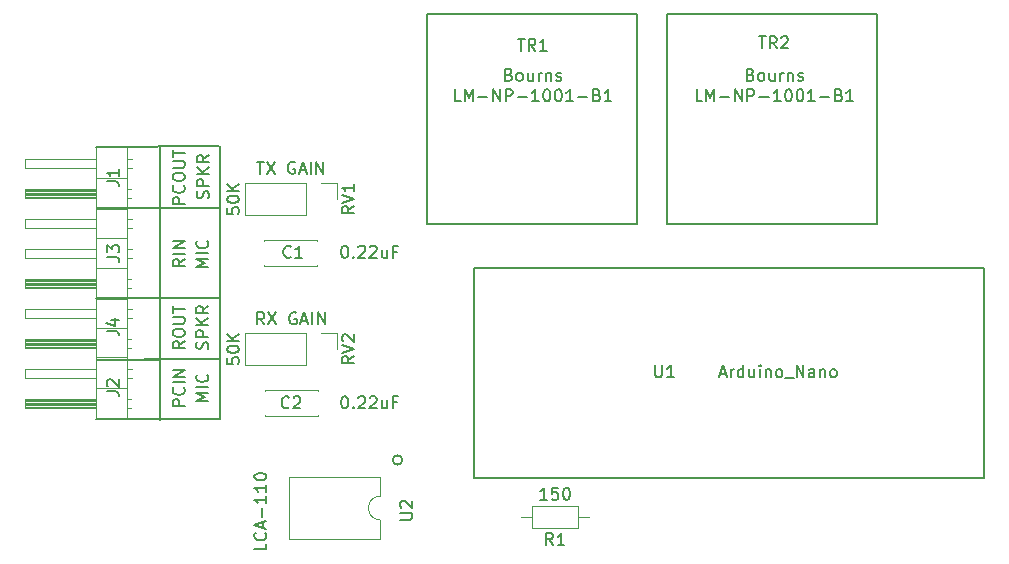
<source format=gbr>
G04 #@! TF.GenerationSoftware,KiCad,Pcbnew,(5.0.2)-1*
G04 #@! TF.CreationDate,2019-04-12T09:41:04-04:00*
G04 #@! TF.ProjectId,CAT Controller,43415420-436f-46e7-9472-6f6c6c65722e,rev?*
G04 #@! TF.SameCoordinates,Original*
G04 #@! TF.FileFunction,Legend,Top*
G04 #@! TF.FilePolarity,Positive*
%FSLAX46Y46*%
G04 Gerber Fmt 4.6, Leading zero omitted, Abs format (unit mm)*
G04 Created by KiCad (PCBNEW (5.0.2)-1) date 4/12/2019 9:41:04 AM*
%MOMM*%
%LPD*%
G01*
G04 APERTURE LIST*
%ADD10C,0.203200*%
%ADD11C,0.200000*%
%ADD12C,0.120000*%
%ADD13C,0.127000*%
G04 APERTURE END LIST*
D10*
X112318800Y-34420628D02*
X112463942Y-34469009D01*
X112512323Y-34517390D01*
X112560704Y-34614152D01*
X112560704Y-34759295D01*
X112512323Y-34856057D01*
X112463942Y-34904438D01*
X112367180Y-34952819D01*
X111980133Y-34952819D01*
X111980133Y-33936819D01*
X112318800Y-33936819D01*
X112415561Y-33985200D01*
X112463942Y-34033580D01*
X112512323Y-34130342D01*
X112512323Y-34227104D01*
X112463942Y-34323866D01*
X112415561Y-34372247D01*
X112318800Y-34420628D01*
X111980133Y-34420628D01*
X113141276Y-34952819D02*
X113044514Y-34904438D01*
X112996133Y-34856057D01*
X112947752Y-34759295D01*
X112947752Y-34469009D01*
X112996133Y-34372247D01*
X113044514Y-34323866D01*
X113141276Y-34275485D01*
X113286419Y-34275485D01*
X113383180Y-34323866D01*
X113431561Y-34372247D01*
X113479942Y-34469009D01*
X113479942Y-34759295D01*
X113431561Y-34856057D01*
X113383180Y-34904438D01*
X113286419Y-34952819D01*
X113141276Y-34952819D01*
X114350800Y-34275485D02*
X114350800Y-34952819D01*
X113915371Y-34275485D02*
X113915371Y-34807676D01*
X113963752Y-34904438D01*
X114060514Y-34952819D01*
X114205657Y-34952819D01*
X114302419Y-34904438D01*
X114350800Y-34856057D01*
X114834609Y-34952819D02*
X114834609Y-34275485D01*
X114834609Y-34469009D02*
X114882990Y-34372247D01*
X114931371Y-34323866D01*
X115028133Y-34275485D01*
X115124895Y-34275485D01*
X115463561Y-34275485D02*
X115463561Y-34952819D01*
X115463561Y-34372247D02*
X115511942Y-34323866D01*
X115608704Y-34275485D01*
X115753847Y-34275485D01*
X115850609Y-34323866D01*
X115898990Y-34420628D01*
X115898990Y-34952819D01*
X116334419Y-34904438D02*
X116431180Y-34952819D01*
X116624704Y-34952819D01*
X116721466Y-34904438D01*
X116769847Y-34807676D01*
X116769847Y-34759295D01*
X116721466Y-34662533D01*
X116624704Y-34614152D01*
X116479561Y-34614152D01*
X116382800Y-34565771D01*
X116334419Y-34469009D01*
X116334419Y-34420628D01*
X116382800Y-34323866D01*
X116479561Y-34275485D01*
X116624704Y-34275485D01*
X116721466Y-34323866D01*
X108230609Y-36680019D02*
X107746800Y-36680019D01*
X107746800Y-35664019D01*
X108569276Y-36680019D02*
X108569276Y-35664019D01*
X108907942Y-36389733D01*
X109246609Y-35664019D01*
X109246609Y-36680019D01*
X109730419Y-36292971D02*
X110504514Y-36292971D01*
X110988323Y-36680019D02*
X110988323Y-35664019D01*
X111568895Y-36680019D01*
X111568895Y-35664019D01*
X112052704Y-36680019D02*
X112052704Y-35664019D01*
X112439752Y-35664019D01*
X112536514Y-35712400D01*
X112584895Y-35760780D01*
X112633276Y-35857542D01*
X112633276Y-36002685D01*
X112584895Y-36099447D01*
X112536514Y-36147828D01*
X112439752Y-36196209D01*
X112052704Y-36196209D01*
X113068704Y-36292971D02*
X113842800Y-36292971D01*
X114858800Y-36680019D02*
X114278228Y-36680019D01*
X114568514Y-36680019D02*
X114568514Y-35664019D01*
X114471752Y-35809161D01*
X114374990Y-35905923D01*
X114278228Y-35954304D01*
X115487752Y-35664019D02*
X115584514Y-35664019D01*
X115681276Y-35712400D01*
X115729657Y-35760780D01*
X115778038Y-35857542D01*
X115826419Y-36051066D01*
X115826419Y-36292971D01*
X115778038Y-36486495D01*
X115729657Y-36583257D01*
X115681276Y-36631638D01*
X115584514Y-36680019D01*
X115487752Y-36680019D01*
X115390990Y-36631638D01*
X115342609Y-36583257D01*
X115294228Y-36486495D01*
X115245847Y-36292971D01*
X115245847Y-36051066D01*
X115294228Y-35857542D01*
X115342609Y-35760780D01*
X115390990Y-35712400D01*
X115487752Y-35664019D01*
X116455371Y-35664019D02*
X116552133Y-35664019D01*
X116648895Y-35712400D01*
X116697276Y-35760780D01*
X116745657Y-35857542D01*
X116794038Y-36051066D01*
X116794038Y-36292971D01*
X116745657Y-36486495D01*
X116697276Y-36583257D01*
X116648895Y-36631638D01*
X116552133Y-36680019D01*
X116455371Y-36680019D01*
X116358609Y-36631638D01*
X116310228Y-36583257D01*
X116261847Y-36486495D01*
X116213466Y-36292971D01*
X116213466Y-36051066D01*
X116261847Y-35857542D01*
X116310228Y-35760780D01*
X116358609Y-35712400D01*
X116455371Y-35664019D01*
X117761657Y-36680019D02*
X117181085Y-36680019D01*
X117471371Y-36680019D02*
X117471371Y-35664019D01*
X117374609Y-35809161D01*
X117277847Y-35905923D01*
X117181085Y-35954304D01*
X118197085Y-36292971D02*
X118971180Y-36292971D01*
X119793657Y-36147828D02*
X119938800Y-36196209D01*
X119987180Y-36244590D01*
X120035561Y-36341352D01*
X120035561Y-36486495D01*
X119987180Y-36583257D01*
X119938800Y-36631638D01*
X119842038Y-36680019D01*
X119454990Y-36680019D01*
X119454990Y-35664019D01*
X119793657Y-35664019D01*
X119890419Y-35712400D01*
X119938800Y-35760780D01*
X119987180Y-35857542D01*
X119987180Y-35954304D01*
X119938800Y-36051066D01*
X119890419Y-36099447D01*
X119793657Y-36147828D01*
X119454990Y-36147828D01*
X121003180Y-36680019D02*
X120422609Y-36680019D01*
X120712895Y-36680019D02*
X120712895Y-35664019D01*
X120616133Y-35809161D01*
X120519371Y-35905923D01*
X120422609Y-35954304D01*
X91846400Y-34420628D02*
X91991542Y-34469009D01*
X92039923Y-34517390D01*
X92088304Y-34614152D01*
X92088304Y-34759295D01*
X92039923Y-34856057D01*
X91991542Y-34904438D01*
X91894780Y-34952819D01*
X91507733Y-34952819D01*
X91507733Y-33936819D01*
X91846400Y-33936819D01*
X91943161Y-33985200D01*
X91991542Y-34033580D01*
X92039923Y-34130342D01*
X92039923Y-34227104D01*
X91991542Y-34323866D01*
X91943161Y-34372247D01*
X91846400Y-34420628D01*
X91507733Y-34420628D01*
X92668876Y-34952819D02*
X92572114Y-34904438D01*
X92523733Y-34856057D01*
X92475352Y-34759295D01*
X92475352Y-34469009D01*
X92523733Y-34372247D01*
X92572114Y-34323866D01*
X92668876Y-34275485D01*
X92814019Y-34275485D01*
X92910780Y-34323866D01*
X92959161Y-34372247D01*
X93007542Y-34469009D01*
X93007542Y-34759295D01*
X92959161Y-34856057D01*
X92910780Y-34904438D01*
X92814019Y-34952819D01*
X92668876Y-34952819D01*
X93878400Y-34275485D02*
X93878400Y-34952819D01*
X93442971Y-34275485D02*
X93442971Y-34807676D01*
X93491352Y-34904438D01*
X93588114Y-34952819D01*
X93733257Y-34952819D01*
X93830019Y-34904438D01*
X93878400Y-34856057D01*
X94362209Y-34952819D02*
X94362209Y-34275485D01*
X94362209Y-34469009D02*
X94410590Y-34372247D01*
X94458971Y-34323866D01*
X94555733Y-34275485D01*
X94652495Y-34275485D01*
X94991161Y-34275485D02*
X94991161Y-34952819D01*
X94991161Y-34372247D02*
X95039542Y-34323866D01*
X95136304Y-34275485D01*
X95281447Y-34275485D01*
X95378209Y-34323866D01*
X95426590Y-34420628D01*
X95426590Y-34952819D01*
X95862019Y-34904438D02*
X95958780Y-34952819D01*
X96152304Y-34952819D01*
X96249066Y-34904438D01*
X96297447Y-34807676D01*
X96297447Y-34759295D01*
X96249066Y-34662533D01*
X96152304Y-34614152D01*
X96007161Y-34614152D01*
X95910400Y-34565771D01*
X95862019Y-34469009D01*
X95862019Y-34420628D01*
X95910400Y-34323866D01*
X96007161Y-34275485D01*
X96152304Y-34275485D01*
X96249066Y-34323866D01*
X87758209Y-36680019D02*
X87274400Y-36680019D01*
X87274400Y-35664019D01*
X88096876Y-36680019D02*
X88096876Y-35664019D01*
X88435542Y-36389733D01*
X88774209Y-35664019D01*
X88774209Y-36680019D01*
X89258019Y-36292971D02*
X90032114Y-36292971D01*
X90515923Y-36680019D02*
X90515923Y-35664019D01*
X91096495Y-36680019D01*
X91096495Y-35664019D01*
X91580304Y-36680019D02*
X91580304Y-35664019D01*
X91967352Y-35664019D01*
X92064114Y-35712400D01*
X92112495Y-35760780D01*
X92160876Y-35857542D01*
X92160876Y-36002685D01*
X92112495Y-36099447D01*
X92064114Y-36147828D01*
X91967352Y-36196209D01*
X91580304Y-36196209D01*
X92596304Y-36292971D02*
X93370400Y-36292971D01*
X94386400Y-36680019D02*
X93805828Y-36680019D01*
X94096114Y-36680019D02*
X94096114Y-35664019D01*
X93999352Y-35809161D01*
X93902590Y-35905923D01*
X93805828Y-35954304D01*
X95015352Y-35664019D02*
X95112114Y-35664019D01*
X95208876Y-35712400D01*
X95257257Y-35760780D01*
X95305638Y-35857542D01*
X95354019Y-36051066D01*
X95354019Y-36292971D01*
X95305638Y-36486495D01*
X95257257Y-36583257D01*
X95208876Y-36631638D01*
X95112114Y-36680019D01*
X95015352Y-36680019D01*
X94918590Y-36631638D01*
X94870209Y-36583257D01*
X94821828Y-36486495D01*
X94773447Y-36292971D01*
X94773447Y-36051066D01*
X94821828Y-35857542D01*
X94870209Y-35760780D01*
X94918590Y-35712400D01*
X95015352Y-35664019D01*
X95982971Y-35664019D02*
X96079733Y-35664019D01*
X96176495Y-35712400D01*
X96224876Y-35760780D01*
X96273257Y-35857542D01*
X96321638Y-36051066D01*
X96321638Y-36292971D01*
X96273257Y-36486495D01*
X96224876Y-36583257D01*
X96176495Y-36631638D01*
X96079733Y-36680019D01*
X95982971Y-36680019D01*
X95886209Y-36631638D01*
X95837828Y-36583257D01*
X95789447Y-36486495D01*
X95741066Y-36292971D01*
X95741066Y-36051066D01*
X95789447Y-35857542D01*
X95837828Y-35760780D01*
X95886209Y-35712400D01*
X95982971Y-35664019D01*
X97289257Y-36680019D02*
X96708685Y-36680019D01*
X96998971Y-36680019D02*
X96998971Y-35664019D01*
X96902209Y-35809161D01*
X96805447Y-35905923D01*
X96708685Y-35954304D01*
X97724685Y-36292971D02*
X98498780Y-36292971D01*
X99321257Y-36147828D02*
X99466400Y-36196209D01*
X99514780Y-36244590D01*
X99563161Y-36341352D01*
X99563161Y-36486495D01*
X99514780Y-36583257D01*
X99466400Y-36631638D01*
X99369638Y-36680019D01*
X98982590Y-36680019D01*
X98982590Y-35664019D01*
X99321257Y-35664019D01*
X99418019Y-35712400D01*
X99466400Y-35760780D01*
X99514780Y-35857542D01*
X99514780Y-35954304D01*
X99466400Y-36051066D01*
X99418019Y-36099447D01*
X99321257Y-36147828D01*
X98982590Y-36147828D01*
X100530780Y-36680019D02*
X99950209Y-36680019D01*
X100240495Y-36680019D02*
X100240495Y-35664019D01*
X100143733Y-35809161D01*
X100046971Y-35905923D01*
X99950209Y-35954304D01*
X71132095Y-55577619D02*
X70793428Y-55093809D01*
X70551523Y-55577619D02*
X70551523Y-54561619D01*
X70938571Y-54561619D01*
X71035333Y-54610000D01*
X71083714Y-54658380D01*
X71132095Y-54755142D01*
X71132095Y-54900285D01*
X71083714Y-54997047D01*
X71035333Y-55045428D01*
X70938571Y-55093809D01*
X70551523Y-55093809D01*
X71470761Y-54561619D02*
X72148095Y-55577619D01*
X72148095Y-54561619D02*
X71470761Y-55577619D01*
X73841428Y-54610000D02*
X73744666Y-54561619D01*
X73599523Y-54561619D01*
X73454380Y-54610000D01*
X73357619Y-54706761D01*
X73309238Y-54803523D01*
X73260857Y-54997047D01*
X73260857Y-55142190D01*
X73309238Y-55335714D01*
X73357619Y-55432476D01*
X73454380Y-55529238D01*
X73599523Y-55577619D01*
X73696285Y-55577619D01*
X73841428Y-55529238D01*
X73889809Y-55480857D01*
X73889809Y-55142190D01*
X73696285Y-55142190D01*
X74276857Y-55287333D02*
X74760666Y-55287333D01*
X74180095Y-55577619D02*
X74518761Y-54561619D01*
X74857428Y-55577619D01*
X75196095Y-55577619D02*
X75196095Y-54561619D01*
X75679904Y-55577619D02*
X75679904Y-54561619D01*
X76260476Y-55577619D01*
X76260476Y-54561619D01*
X70527333Y-41810819D02*
X71107904Y-41810819D01*
X70817619Y-42826819D02*
X70817619Y-41810819D01*
X71349809Y-41810819D02*
X72027142Y-42826819D01*
X72027142Y-41810819D02*
X71349809Y-42826819D01*
X73720476Y-41859200D02*
X73623714Y-41810819D01*
X73478571Y-41810819D01*
X73333428Y-41859200D01*
X73236666Y-41955961D01*
X73188285Y-42052723D01*
X73139904Y-42246247D01*
X73139904Y-42391390D01*
X73188285Y-42584914D01*
X73236666Y-42681676D01*
X73333428Y-42778438D01*
X73478571Y-42826819D01*
X73575333Y-42826819D01*
X73720476Y-42778438D01*
X73768857Y-42730057D01*
X73768857Y-42391390D01*
X73575333Y-42391390D01*
X74155904Y-42536533D02*
X74639714Y-42536533D01*
X74059142Y-42826819D02*
X74397809Y-41810819D01*
X74736476Y-42826819D01*
X75075142Y-42826819D02*
X75075142Y-41810819D01*
X75558952Y-42826819D02*
X75558952Y-41810819D01*
X76139523Y-42826819D01*
X76139523Y-41810819D01*
D11*
X62280800Y-40513000D02*
X62280800Y-63627000D01*
D10*
X66400438Y-44892685D02*
X66448819Y-44747542D01*
X66448819Y-44505638D01*
X66400438Y-44408876D01*
X66352057Y-44360495D01*
X66255295Y-44312114D01*
X66158533Y-44312114D01*
X66061771Y-44360495D01*
X66013390Y-44408876D01*
X65965009Y-44505638D01*
X65916628Y-44699161D01*
X65868247Y-44795923D01*
X65819866Y-44844304D01*
X65723104Y-44892685D01*
X65626342Y-44892685D01*
X65529580Y-44844304D01*
X65481200Y-44795923D01*
X65432819Y-44699161D01*
X65432819Y-44457257D01*
X65481200Y-44312114D01*
X66448819Y-43876685D02*
X65432819Y-43876685D01*
X65432819Y-43489638D01*
X65481200Y-43392876D01*
X65529580Y-43344495D01*
X65626342Y-43296114D01*
X65771485Y-43296114D01*
X65868247Y-43344495D01*
X65916628Y-43392876D01*
X65965009Y-43489638D01*
X65965009Y-43876685D01*
X66448819Y-42860685D02*
X65432819Y-42860685D01*
X66448819Y-42280114D02*
X65868247Y-42715542D01*
X65432819Y-42280114D02*
X66013390Y-42860685D01*
X66448819Y-41264114D02*
X65965009Y-41602780D01*
X66448819Y-41844685D02*
X65432819Y-41844685D01*
X65432819Y-41457638D01*
X65481200Y-41360876D01*
X65529580Y-41312495D01*
X65626342Y-41264114D01*
X65771485Y-41264114D01*
X65868247Y-41312495D01*
X65916628Y-41360876D01*
X65965009Y-41457638D01*
X65965009Y-41844685D01*
X66398019Y-50720171D02*
X65382019Y-50720171D01*
X66107733Y-50381504D01*
X65382019Y-50042838D01*
X66398019Y-50042838D01*
X66398019Y-49559028D02*
X65382019Y-49559028D01*
X66301257Y-48494647D02*
X66349638Y-48543028D01*
X66398019Y-48688171D01*
X66398019Y-48784933D01*
X66349638Y-48930076D01*
X66252876Y-49026838D01*
X66156114Y-49075219D01*
X65962590Y-49123600D01*
X65817447Y-49123600D01*
X65623923Y-49075219D01*
X65527161Y-49026838D01*
X65430400Y-48930076D01*
X65382019Y-48784933D01*
X65382019Y-48688171D01*
X65430400Y-48543028D01*
X65478780Y-48494647D01*
X66349638Y-57643485D02*
X66398019Y-57498342D01*
X66398019Y-57256438D01*
X66349638Y-57159676D01*
X66301257Y-57111295D01*
X66204495Y-57062914D01*
X66107733Y-57062914D01*
X66010971Y-57111295D01*
X65962590Y-57159676D01*
X65914209Y-57256438D01*
X65865828Y-57449961D01*
X65817447Y-57546723D01*
X65769066Y-57595104D01*
X65672304Y-57643485D01*
X65575542Y-57643485D01*
X65478780Y-57595104D01*
X65430400Y-57546723D01*
X65382019Y-57449961D01*
X65382019Y-57208057D01*
X65430400Y-57062914D01*
X66398019Y-56627485D02*
X65382019Y-56627485D01*
X65382019Y-56240438D01*
X65430400Y-56143676D01*
X65478780Y-56095295D01*
X65575542Y-56046914D01*
X65720685Y-56046914D01*
X65817447Y-56095295D01*
X65865828Y-56143676D01*
X65914209Y-56240438D01*
X65914209Y-56627485D01*
X66398019Y-55611485D02*
X65382019Y-55611485D01*
X66398019Y-55030914D02*
X65817447Y-55466342D01*
X65382019Y-55030914D02*
X65962590Y-55611485D01*
X66398019Y-54014914D02*
X65914209Y-54353580D01*
X66398019Y-54595485D02*
X65382019Y-54595485D01*
X65382019Y-54208438D01*
X65430400Y-54111676D01*
X65478780Y-54063295D01*
X65575542Y-54014914D01*
X65720685Y-54014914D01*
X65817447Y-54063295D01*
X65865828Y-54111676D01*
X65914209Y-54208438D01*
X65914209Y-54595485D01*
X66398019Y-62048571D02*
X65382019Y-62048571D01*
X66107733Y-61709904D01*
X65382019Y-61371238D01*
X66398019Y-61371238D01*
X66398019Y-60887428D02*
X65382019Y-60887428D01*
X66301257Y-59823047D02*
X66349638Y-59871428D01*
X66398019Y-60016571D01*
X66398019Y-60113333D01*
X66349638Y-60258476D01*
X66252876Y-60355238D01*
X66156114Y-60403619D01*
X65962590Y-60452000D01*
X65817447Y-60452000D01*
X65623923Y-60403619D01*
X65527161Y-60355238D01*
X65430400Y-60258476D01*
X65382019Y-60113333D01*
X65382019Y-60016571D01*
X65430400Y-59871428D01*
X65478780Y-59823047D01*
D11*
X57023000Y-58547000D02*
X67360800Y-58521600D01*
X56896000Y-53340000D02*
X67411600Y-53340000D01*
X57023000Y-45720000D02*
X67360800Y-45720000D01*
X67360800Y-63550800D02*
X56896000Y-63601600D01*
X67360800Y-40436800D02*
X67360800Y-63550800D01*
X56896000Y-40513000D02*
X67310000Y-40487600D01*
D12*
G04 #@! TO.C,R1*
X97678000Y-72802000D02*
X97678000Y-70962000D01*
X97678000Y-70962000D02*
X93838000Y-70962000D01*
X93838000Y-70962000D02*
X93838000Y-72802000D01*
X93838000Y-72802000D02*
X97678000Y-72802000D01*
X98628000Y-71882000D02*
X97678000Y-71882000D01*
X92888000Y-71882000D02*
X93838000Y-71882000D01*
G04 #@! TO.C,C2*
X71176000Y-61175000D02*
X71176000Y-61160000D01*
X71176000Y-63300000D02*
X71176000Y-63285000D01*
X75716000Y-61175000D02*
X75716000Y-61160000D01*
X75716000Y-63300000D02*
X75716000Y-63285000D01*
X75716000Y-61160000D02*
X71176000Y-61160000D01*
X75716000Y-63300000D02*
X71176000Y-63300000D01*
G04 #@! TO.C,C1*
X75636000Y-50585000D02*
X75636000Y-50600000D01*
X75636000Y-48460000D02*
X75636000Y-48475000D01*
X71096000Y-50585000D02*
X71096000Y-50600000D01*
X71096000Y-48460000D02*
X71096000Y-48475000D01*
X71096000Y-50600000D02*
X75636000Y-50600000D01*
X71096000Y-48460000D02*
X75636000Y-48460000D01*
G04 #@! TO.C,J1*
X62230000Y-45720000D02*
X60960000Y-45720000D01*
X62230000Y-44450000D02*
X62230000Y-45720000D01*
X59917071Y-41530000D02*
X59520000Y-41530000D01*
X59917071Y-42290000D02*
X59520000Y-42290000D01*
X50860000Y-41530000D02*
X56860000Y-41530000D01*
X50860000Y-42290000D02*
X50860000Y-41530000D01*
X56860000Y-42290000D02*
X50860000Y-42290000D01*
X59520000Y-43180000D02*
X56860000Y-43180000D01*
X59850000Y-44070000D02*
X59520000Y-44070000D01*
X59850000Y-44830000D02*
X59520000Y-44830000D01*
X56860000Y-44170000D02*
X50860000Y-44170000D01*
X56860000Y-44290000D02*
X50860000Y-44290000D01*
X56860000Y-44410000D02*
X50860000Y-44410000D01*
X56860000Y-44530000D02*
X50860000Y-44530000D01*
X56860000Y-44650000D02*
X50860000Y-44650000D01*
X56860000Y-44770000D02*
X50860000Y-44770000D01*
X50860000Y-44070000D02*
X56860000Y-44070000D01*
X50860000Y-44830000D02*
X50860000Y-44070000D01*
X56860000Y-44830000D02*
X50860000Y-44830000D01*
X56860000Y-45780000D02*
X59520000Y-45780000D01*
X56860000Y-40580000D02*
X56860000Y-45780000D01*
X59520000Y-40580000D02*
X56860000Y-40580000D01*
X59520000Y-45780000D02*
X59520000Y-40580000D01*
D13*
G04 #@! TO.C,U1*
X132080000Y-50800000D02*
X132080000Y-68580000D01*
X88900000Y-50800000D02*
X132080000Y-50800000D01*
X88900000Y-68580000D02*
X88900000Y-50800000D01*
X132080000Y-68580000D02*
X88900000Y-68580000D01*
D12*
G04 #@! TO.C,J4*
X62230000Y-58420000D02*
X60960000Y-58420000D01*
X62230000Y-57150000D02*
X62230000Y-58420000D01*
X59917071Y-54230000D02*
X59520000Y-54230000D01*
X59917071Y-54990000D02*
X59520000Y-54990000D01*
X50860000Y-54230000D02*
X56860000Y-54230000D01*
X50860000Y-54990000D02*
X50860000Y-54230000D01*
X56860000Y-54990000D02*
X50860000Y-54990000D01*
X59520000Y-55880000D02*
X56860000Y-55880000D01*
X59850000Y-56770000D02*
X59520000Y-56770000D01*
X59850000Y-57530000D02*
X59520000Y-57530000D01*
X56860000Y-56870000D02*
X50860000Y-56870000D01*
X56860000Y-56990000D02*
X50860000Y-56990000D01*
X56860000Y-57110000D02*
X50860000Y-57110000D01*
X56860000Y-57230000D02*
X50860000Y-57230000D01*
X56860000Y-57350000D02*
X50860000Y-57350000D01*
X56860000Y-57470000D02*
X50860000Y-57470000D01*
X50860000Y-56770000D02*
X56860000Y-56770000D01*
X50860000Y-57530000D02*
X50860000Y-56770000D01*
X56860000Y-57530000D02*
X50860000Y-57530000D01*
X56860000Y-58480000D02*
X59520000Y-58480000D01*
X56860000Y-53280000D02*
X56860000Y-58480000D01*
X59520000Y-53280000D02*
X56860000Y-53280000D01*
X59520000Y-58480000D02*
X59520000Y-53280000D01*
G04 #@! TO.C,J2*
X62230000Y-63500000D02*
X60960000Y-63500000D01*
X62230000Y-62230000D02*
X62230000Y-63500000D01*
X59917071Y-59310000D02*
X59520000Y-59310000D01*
X59917071Y-60070000D02*
X59520000Y-60070000D01*
X50860000Y-59310000D02*
X56860000Y-59310000D01*
X50860000Y-60070000D02*
X50860000Y-59310000D01*
X56860000Y-60070000D02*
X50860000Y-60070000D01*
X59520000Y-60960000D02*
X56860000Y-60960000D01*
X59850000Y-61850000D02*
X59520000Y-61850000D01*
X59850000Y-62610000D02*
X59520000Y-62610000D01*
X56860000Y-61950000D02*
X50860000Y-61950000D01*
X56860000Y-62070000D02*
X50860000Y-62070000D01*
X56860000Y-62190000D02*
X50860000Y-62190000D01*
X56860000Y-62310000D02*
X50860000Y-62310000D01*
X56860000Y-62430000D02*
X50860000Y-62430000D01*
X56860000Y-62550000D02*
X50860000Y-62550000D01*
X50860000Y-61850000D02*
X56860000Y-61850000D01*
X50860000Y-62610000D02*
X50860000Y-61850000D01*
X56860000Y-62610000D02*
X50860000Y-62610000D01*
X56860000Y-63560000D02*
X59520000Y-63560000D01*
X56860000Y-58360000D02*
X56860000Y-63560000D01*
X59520000Y-58360000D02*
X56860000Y-58360000D01*
X59520000Y-63560000D02*
X59520000Y-58360000D01*
G04 #@! TO.C,J3*
X59520000Y-53400000D02*
X59520000Y-45660000D01*
X59520000Y-45660000D02*
X56860000Y-45660000D01*
X56860000Y-45660000D02*
X56860000Y-53400000D01*
X56860000Y-53400000D02*
X59520000Y-53400000D01*
X56860000Y-52450000D02*
X50860000Y-52450000D01*
X50860000Y-52450000D02*
X50860000Y-51690000D01*
X50860000Y-51690000D02*
X56860000Y-51690000D01*
X56860000Y-52390000D02*
X50860000Y-52390000D01*
X56860000Y-52270000D02*
X50860000Y-52270000D01*
X56860000Y-52150000D02*
X50860000Y-52150000D01*
X56860000Y-52030000D02*
X50860000Y-52030000D01*
X56860000Y-51910000D02*
X50860000Y-51910000D01*
X56860000Y-51790000D02*
X50860000Y-51790000D01*
X59850000Y-52450000D02*
X59520000Y-52450000D01*
X59850000Y-51690000D02*
X59520000Y-51690000D01*
X59520000Y-50800000D02*
X56860000Y-50800000D01*
X56860000Y-49910000D02*
X50860000Y-49910000D01*
X50860000Y-49910000D02*
X50860000Y-49150000D01*
X50860000Y-49150000D02*
X56860000Y-49150000D01*
X59917071Y-49910000D02*
X59520000Y-49910000D01*
X59917071Y-49150000D02*
X59520000Y-49150000D01*
X59520000Y-48260000D02*
X56860000Y-48260000D01*
X56860000Y-47370000D02*
X50860000Y-47370000D01*
X50860000Y-47370000D02*
X50860000Y-46610000D01*
X50860000Y-46610000D02*
X56860000Y-46610000D01*
X59917071Y-47370000D02*
X59520000Y-47370000D01*
X59917071Y-46610000D02*
X59520000Y-46610000D01*
X62230000Y-52070000D02*
X62230000Y-53340000D01*
X62230000Y-53340000D02*
X60960000Y-53340000D01*
G04 #@! TO.C,RV2*
X77276000Y-56328000D02*
X77276000Y-57658000D01*
X75946000Y-56328000D02*
X77276000Y-56328000D01*
X74676000Y-56328000D02*
X74676000Y-58988000D01*
X74676000Y-58988000D02*
X69536000Y-58988000D01*
X74676000Y-56328000D02*
X69536000Y-56328000D01*
X69536000Y-56328000D02*
X69536000Y-58988000D01*
G04 #@! TO.C,RV1*
X69536000Y-43628000D02*
X69536000Y-46288000D01*
X74676000Y-43628000D02*
X69536000Y-43628000D01*
X74676000Y-46288000D02*
X69536000Y-46288000D01*
X74676000Y-43628000D02*
X74676000Y-46288000D01*
X75946000Y-43628000D02*
X77276000Y-43628000D01*
X77276000Y-43628000D02*
X77276000Y-44958000D01*
D13*
G04 #@! TO.C,TR2*
X122993496Y-47047324D02*
X105213496Y-47047324D01*
X122993496Y-29267324D02*
X122993496Y-47047324D01*
X105213496Y-29267324D02*
X122993496Y-29267324D01*
X105213496Y-47047324D02*
X105213496Y-29267324D01*
G04 #@! TO.C,TR1*
X84893496Y-47047324D02*
X84893496Y-29267324D01*
X84893496Y-29267324D02*
X102673496Y-29267324D01*
X102673496Y-29267324D02*
X102673496Y-47047324D01*
X102673496Y-47047324D02*
X84893496Y-47047324D01*
D12*
G04 #@! TO.C,U2*
X80959000Y-72120000D02*
G75*
G02X80959000Y-70120000I0J1000000D01*
G01*
X80959000Y-70120000D02*
X80959000Y-68470000D01*
X80959000Y-68470000D02*
X73219000Y-68470000D01*
X73219000Y-68470000D02*
X73219000Y-73770000D01*
X73219000Y-73770000D02*
X80959000Y-73770000D01*
X80959000Y-73770000D02*
X80959000Y-72120000D01*
D13*
X82824609Y-67056000D02*
G75*
G03X82824609Y-67056000I-401609J0D01*
G01*
G04 #@! TO.C,R1*
D10*
X95588666Y-74261619D02*
X95250000Y-73777809D01*
X95008095Y-74261619D02*
X95008095Y-73245619D01*
X95395142Y-73245619D01*
X95491904Y-73294000D01*
X95540285Y-73342380D01*
X95588666Y-73439142D01*
X95588666Y-73584285D01*
X95540285Y-73681047D01*
X95491904Y-73729428D01*
X95395142Y-73777809D01*
X95008095Y-73777809D01*
X96556285Y-74261619D02*
X95975714Y-74261619D01*
X96266000Y-74261619D02*
X96266000Y-73245619D01*
X96169238Y-73390761D01*
X96072476Y-73487523D01*
X95975714Y-73535904D01*
X95080666Y-70421619D02*
X94500095Y-70421619D01*
X94790380Y-70421619D02*
X94790380Y-69405619D01*
X94693619Y-69550761D01*
X94596857Y-69647523D01*
X94500095Y-69695904D01*
X95999904Y-69405619D02*
X95516095Y-69405619D01*
X95467714Y-69889428D01*
X95516095Y-69841047D01*
X95612857Y-69792666D01*
X95854761Y-69792666D01*
X95951523Y-69841047D01*
X95999904Y-69889428D01*
X96048285Y-69986190D01*
X96048285Y-70228095D01*
X95999904Y-70324857D01*
X95951523Y-70373238D01*
X95854761Y-70421619D01*
X95612857Y-70421619D01*
X95516095Y-70373238D01*
X95467714Y-70324857D01*
X96677238Y-69405619D02*
X96774000Y-69405619D01*
X96870761Y-69454000D01*
X96919142Y-69502380D01*
X96967523Y-69599142D01*
X97015904Y-69792666D01*
X97015904Y-70034571D01*
X96967523Y-70228095D01*
X96919142Y-70324857D01*
X96870761Y-70373238D01*
X96774000Y-70421619D01*
X96677238Y-70421619D01*
X96580476Y-70373238D01*
X96532095Y-70324857D01*
X96483714Y-70228095D01*
X96435333Y-70034571D01*
X96435333Y-69792666D01*
X96483714Y-69599142D01*
X96532095Y-69502380D01*
X96580476Y-69454000D01*
X96677238Y-69405619D01*
G04 #@! TO.C,C2*
X73236666Y-62592857D02*
X73188285Y-62641238D01*
X73043142Y-62689619D01*
X72946380Y-62689619D01*
X72801238Y-62641238D01*
X72704476Y-62544476D01*
X72656095Y-62447714D01*
X72607714Y-62254190D01*
X72607714Y-62109047D01*
X72656095Y-61915523D01*
X72704476Y-61818761D01*
X72801238Y-61722000D01*
X72946380Y-61673619D01*
X73043142Y-61673619D01*
X73188285Y-61722000D01*
X73236666Y-61770380D01*
X73623714Y-61770380D02*
X73672095Y-61722000D01*
X73768857Y-61673619D01*
X74010761Y-61673619D01*
X74107523Y-61722000D01*
X74155904Y-61770380D01*
X74204285Y-61867142D01*
X74204285Y-61963904D01*
X74155904Y-62109047D01*
X73575333Y-62689619D01*
X74204285Y-62689619D01*
X77907847Y-61673619D02*
X78004609Y-61673619D01*
X78101371Y-61722000D01*
X78149752Y-61770380D01*
X78198133Y-61867142D01*
X78246514Y-62060666D01*
X78246514Y-62302571D01*
X78198133Y-62496095D01*
X78149752Y-62592857D01*
X78101371Y-62641238D01*
X78004609Y-62689619D01*
X77907847Y-62689619D01*
X77811085Y-62641238D01*
X77762704Y-62592857D01*
X77714323Y-62496095D01*
X77665942Y-62302571D01*
X77665942Y-62060666D01*
X77714323Y-61867142D01*
X77762704Y-61770380D01*
X77811085Y-61722000D01*
X77907847Y-61673619D01*
X78681942Y-62592857D02*
X78730323Y-62641238D01*
X78681942Y-62689619D01*
X78633561Y-62641238D01*
X78681942Y-62592857D01*
X78681942Y-62689619D01*
X79117371Y-61770380D02*
X79165752Y-61722000D01*
X79262514Y-61673619D01*
X79504419Y-61673619D01*
X79601180Y-61722000D01*
X79649561Y-61770380D01*
X79697942Y-61867142D01*
X79697942Y-61963904D01*
X79649561Y-62109047D01*
X79068990Y-62689619D01*
X79697942Y-62689619D01*
X80084990Y-61770380D02*
X80133371Y-61722000D01*
X80230133Y-61673619D01*
X80472038Y-61673619D01*
X80568800Y-61722000D01*
X80617180Y-61770380D01*
X80665561Y-61867142D01*
X80665561Y-61963904D01*
X80617180Y-62109047D01*
X80036609Y-62689619D01*
X80665561Y-62689619D01*
X81536419Y-62012285D02*
X81536419Y-62689619D01*
X81100990Y-62012285D02*
X81100990Y-62544476D01*
X81149371Y-62641238D01*
X81246133Y-62689619D01*
X81391276Y-62689619D01*
X81488038Y-62641238D01*
X81536419Y-62592857D01*
X82358895Y-62157428D02*
X82020228Y-62157428D01*
X82020228Y-62689619D02*
X82020228Y-61673619D01*
X82504038Y-61673619D01*
G04 #@! TO.C,C1*
X73389066Y-49842057D02*
X73340685Y-49890438D01*
X73195542Y-49938819D01*
X73098780Y-49938819D01*
X72953638Y-49890438D01*
X72856876Y-49793676D01*
X72808495Y-49696914D01*
X72760114Y-49503390D01*
X72760114Y-49358247D01*
X72808495Y-49164723D01*
X72856876Y-49067961D01*
X72953638Y-48971200D01*
X73098780Y-48922819D01*
X73195542Y-48922819D01*
X73340685Y-48971200D01*
X73389066Y-49019580D01*
X74356685Y-49938819D02*
X73776114Y-49938819D01*
X74066400Y-49938819D02*
X74066400Y-48922819D01*
X73969638Y-49067961D01*
X73872876Y-49164723D01*
X73776114Y-49213104D01*
X77907847Y-48922819D02*
X78004609Y-48922819D01*
X78101371Y-48971200D01*
X78149752Y-49019580D01*
X78198133Y-49116342D01*
X78246514Y-49309866D01*
X78246514Y-49551771D01*
X78198133Y-49745295D01*
X78149752Y-49842057D01*
X78101371Y-49890438D01*
X78004609Y-49938819D01*
X77907847Y-49938819D01*
X77811085Y-49890438D01*
X77762704Y-49842057D01*
X77714323Y-49745295D01*
X77665942Y-49551771D01*
X77665942Y-49309866D01*
X77714323Y-49116342D01*
X77762704Y-49019580D01*
X77811085Y-48971200D01*
X77907847Y-48922819D01*
X78681942Y-49842057D02*
X78730323Y-49890438D01*
X78681942Y-49938819D01*
X78633561Y-49890438D01*
X78681942Y-49842057D01*
X78681942Y-49938819D01*
X79117371Y-49019580D02*
X79165752Y-48971200D01*
X79262514Y-48922819D01*
X79504419Y-48922819D01*
X79601180Y-48971200D01*
X79649561Y-49019580D01*
X79697942Y-49116342D01*
X79697942Y-49213104D01*
X79649561Y-49358247D01*
X79068990Y-49938819D01*
X79697942Y-49938819D01*
X80084990Y-49019580D02*
X80133371Y-48971200D01*
X80230133Y-48922819D01*
X80472038Y-48922819D01*
X80568800Y-48971200D01*
X80617180Y-49019580D01*
X80665561Y-49116342D01*
X80665561Y-49213104D01*
X80617180Y-49358247D01*
X80036609Y-49938819D01*
X80665561Y-49938819D01*
X81536419Y-49261485D02*
X81536419Y-49938819D01*
X81100990Y-49261485D02*
X81100990Y-49793676D01*
X81149371Y-49890438D01*
X81246133Y-49938819D01*
X81391276Y-49938819D01*
X81488038Y-49890438D01*
X81536419Y-49842057D01*
X82358895Y-49406628D02*
X82020228Y-49406628D01*
X82020228Y-49938819D02*
X82020228Y-48922819D01*
X82504038Y-48922819D01*
G04 #@! TO.C,J1*
X57812819Y-43467866D02*
X58538533Y-43467866D01*
X58683676Y-43516247D01*
X58780438Y-43613009D01*
X58828819Y-43758152D01*
X58828819Y-43854914D01*
X58828819Y-42451866D02*
X58828819Y-43032438D01*
X58828819Y-42742152D02*
X57812819Y-42742152D01*
X57957961Y-42838914D01*
X58054723Y-42935676D01*
X58103104Y-43032438D01*
X64416819Y-45405523D02*
X63400819Y-45405523D01*
X63400819Y-45018476D01*
X63449200Y-44921714D01*
X63497580Y-44873333D01*
X63594342Y-44824952D01*
X63739485Y-44824952D01*
X63836247Y-44873333D01*
X63884628Y-44921714D01*
X63933009Y-45018476D01*
X63933009Y-45405523D01*
X64320057Y-43808952D02*
X64368438Y-43857333D01*
X64416819Y-44002476D01*
X64416819Y-44099238D01*
X64368438Y-44244380D01*
X64271676Y-44341142D01*
X64174914Y-44389523D01*
X63981390Y-44437904D01*
X63836247Y-44437904D01*
X63642723Y-44389523D01*
X63545961Y-44341142D01*
X63449200Y-44244380D01*
X63400819Y-44099238D01*
X63400819Y-44002476D01*
X63449200Y-43857333D01*
X63497580Y-43808952D01*
X63400819Y-43180000D02*
X63400819Y-42986476D01*
X63449200Y-42889714D01*
X63545961Y-42792952D01*
X63739485Y-42744571D01*
X64078152Y-42744571D01*
X64271676Y-42792952D01*
X64368438Y-42889714D01*
X64416819Y-42986476D01*
X64416819Y-43180000D01*
X64368438Y-43276761D01*
X64271676Y-43373523D01*
X64078152Y-43421904D01*
X63739485Y-43421904D01*
X63545961Y-43373523D01*
X63449200Y-43276761D01*
X63400819Y-43180000D01*
X63400819Y-42309142D02*
X64223295Y-42309142D01*
X64320057Y-42260761D01*
X64368438Y-42212380D01*
X64416819Y-42115619D01*
X64416819Y-41922095D01*
X64368438Y-41825333D01*
X64320057Y-41776952D01*
X64223295Y-41728571D01*
X63400819Y-41728571D01*
X63400819Y-41389904D02*
X63400819Y-40809333D01*
X64416819Y-41099619D02*
X63400819Y-41099619D01*
G04 #@! TO.C,U1*
X104229504Y-59032019D02*
X104229504Y-59854495D01*
X104277885Y-59951257D01*
X104326266Y-59999638D01*
X104423028Y-60048019D01*
X104616552Y-60048019D01*
X104713314Y-59999638D01*
X104761695Y-59951257D01*
X104810076Y-59854495D01*
X104810076Y-59032019D01*
X105826076Y-60048019D02*
X105245504Y-60048019D01*
X105535790Y-60048019D02*
X105535790Y-59032019D01*
X105439028Y-59177161D01*
X105342266Y-59273923D01*
X105245504Y-59322304D01*
X109720742Y-59757733D02*
X110204552Y-59757733D01*
X109623980Y-60048019D02*
X109962647Y-59032019D01*
X110301314Y-60048019D01*
X110639980Y-60048019D02*
X110639980Y-59370685D01*
X110639980Y-59564209D02*
X110688361Y-59467447D01*
X110736742Y-59419066D01*
X110833504Y-59370685D01*
X110930266Y-59370685D01*
X111704361Y-60048019D02*
X111704361Y-59032019D01*
X111704361Y-59999638D02*
X111607600Y-60048019D01*
X111414076Y-60048019D01*
X111317314Y-59999638D01*
X111268933Y-59951257D01*
X111220552Y-59854495D01*
X111220552Y-59564209D01*
X111268933Y-59467447D01*
X111317314Y-59419066D01*
X111414076Y-59370685D01*
X111607600Y-59370685D01*
X111704361Y-59419066D01*
X112623600Y-59370685D02*
X112623600Y-60048019D01*
X112188171Y-59370685D02*
X112188171Y-59902876D01*
X112236552Y-59999638D01*
X112333314Y-60048019D01*
X112478457Y-60048019D01*
X112575219Y-59999638D01*
X112623600Y-59951257D01*
X113107409Y-60048019D02*
X113107409Y-59370685D01*
X113107409Y-59032019D02*
X113059028Y-59080400D01*
X113107409Y-59128780D01*
X113155790Y-59080400D01*
X113107409Y-59032019D01*
X113107409Y-59128780D01*
X113591219Y-59370685D02*
X113591219Y-60048019D01*
X113591219Y-59467447D02*
X113639600Y-59419066D01*
X113736361Y-59370685D01*
X113881504Y-59370685D01*
X113978266Y-59419066D01*
X114026647Y-59515828D01*
X114026647Y-60048019D01*
X114655600Y-60048019D02*
X114558838Y-59999638D01*
X114510457Y-59951257D01*
X114462076Y-59854495D01*
X114462076Y-59564209D01*
X114510457Y-59467447D01*
X114558838Y-59419066D01*
X114655600Y-59370685D01*
X114800742Y-59370685D01*
X114897504Y-59419066D01*
X114945885Y-59467447D01*
X114994266Y-59564209D01*
X114994266Y-59854495D01*
X114945885Y-59951257D01*
X114897504Y-59999638D01*
X114800742Y-60048019D01*
X114655600Y-60048019D01*
X115187790Y-60144780D02*
X115961885Y-60144780D01*
X116203790Y-60048019D02*
X116203790Y-59032019D01*
X116784361Y-60048019D01*
X116784361Y-59032019D01*
X117703600Y-60048019D02*
X117703600Y-59515828D01*
X117655219Y-59419066D01*
X117558457Y-59370685D01*
X117364933Y-59370685D01*
X117268171Y-59419066D01*
X117703600Y-59999638D02*
X117606838Y-60048019D01*
X117364933Y-60048019D01*
X117268171Y-59999638D01*
X117219790Y-59902876D01*
X117219790Y-59806114D01*
X117268171Y-59709352D01*
X117364933Y-59660971D01*
X117606838Y-59660971D01*
X117703600Y-59612590D01*
X118187409Y-59370685D02*
X118187409Y-60048019D01*
X118187409Y-59467447D02*
X118235790Y-59419066D01*
X118332552Y-59370685D01*
X118477695Y-59370685D01*
X118574457Y-59419066D01*
X118622838Y-59515828D01*
X118622838Y-60048019D01*
X119251790Y-60048019D02*
X119155028Y-59999638D01*
X119106647Y-59951257D01*
X119058266Y-59854495D01*
X119058266Y-59564209D01*
X119106647Y-59467447D01*
X119155028Y-59419066D01*
X119251790Y-59370685D01*
X119396933Y-59370685D01*
X119493695Y-59419066D01*
X119542076Y-59467447D01*
X119590457Y-59564209D01*
X119590457Y-59854495D01*
X119542076Y-59951257D01*
X119493695Y-59999638D01*
X119396933Y-60048019D01*
X119251790Y-60048019D01*
G04 #@! TO.C,J4*
X57812819Y-56117066D02*
X58538533Y-56117066D01*
X58683676Y-56165447D01*
X58780438Y-56262209D01*
X58828819Y-56407352D01*
X58828819Y-56504114D01*
X58151485Y-55197828D02*
X58828819Y-55197828D01*
X57764438Y-55439733D02*
X58490152Y-55681638D01*
X58490152Y-55052685D01*
X64416819Y-57016952D02*
X63933009Y-57355619D01*
X64416819Y-57597523D02*
X63400819Y-57597523D01*
X63400819Y-57210476D01*
X63449200Y-57113714D01*
X63497580Y-57065333D01*
X63594342Y-57016952D01*
X63739485Y-57016952D01*
X63836247Y-57065333D01*
X63884628Y-57113714D01*
X63933009Y-57210476D01*
X63933009Y-57597523D01*
X63400819Y-56388000D02*
X63400819Y-56194476D01*
X63449200Y-56097714D01*
X63545961Y-56000952D01*
X63739485Y-55952571D01*
X64078152Y-55952571D01*
X64271676Y-56000952D01*
X64368438Y-56097714D01*
X64416819Y-56194476D01*
X64416819Y-56388000D01*
X64368438Y-56484761D01*
X64271676Y-56581523D01*
X64078152Y-56629904D01*
X63739485Y-56629904D01*
X63545961Y-56581523D01*
X63449200Y-56484761D01*
X63400819Y-56388000D01*
X63400819Y-55517142D02*
X64223295Y-55517142D01*
X64320057Y-55468761D01*
X64368438Y-55420380D01*
X64416819Y-55323619D01*
X64416819Y-55130095D01*
X64368438Y-55033333D01*
X64320057Y-54984952D01*
X64223295Y-54936571D01*
X63400819Y-54936571D01*
X63400819Y-54597904D02*
X63400819Y-54017333D01*
X64416819Y-54307619D02*
X63400819Y-54307619D01*
G04 #@! TO.C,J2*
X57812819Y-61247866D02*
X58538533Y-61247866D01*
X58683676Y-61296247D01*
X58780438Y-61393009D01*
X58828819Y-61538152D01*
X58828819Y-61634914D01*
X57909580Y-60812438D02*
X57861200Y-60764057D01*
X57812819Y-60667295D01*
X57812819Y-60425390D01*
X57861200Y-60328628D01*
X57909580Y-60280247D01*
X58006342Y-60231866D01*
X58103104Y-60231866D01*
X58248247Y-60280247D01*
X58828819Y-60860819D01*
X58828819Y-60231866D01*
X64416819Y-62508190D02*
X63400819Y-62508190D01*
X63400819Y-62121142D01*
X63449200Y-62024380D01*
X63497580Y-61976000D01*
X63594342Y-61927619D01*
X63739485Y-61927619D01*
X63836247Y-61976000D01*
X63884628Y-62024380D01*
X63933009Y-62121142D01*
X63933009Y-62508190D01*
X64320057Y-60911619D02*
X64368438Y-60960000D01*
X64416819Y-61105142D01*
X64416819Y-61201904D01*
X64368438Y-61347047D01*
X64271676Y-61443809D01*
X64174914Y-61492190D01*
X63981390Y-61540571D01*
X63836247Y-61540571D01*
X63642723Y-61492190D01*
X63545961Y-61443809D01*
X63449200Y-61347047D01*
X63400819Y-61201904D01*
X63400819Y-61105142D01*
X63449200Y-60960000D01*
X63497580Y-60911619D01*
X64416819Y-60476190D02*
X63400819Y-60476190D01*
X64416819Y-59992380D02*
X63400819Y-59992380D01*
X64416819Y-59411809D01*
X63400819Y-59411809D01*
G04 #@! TO.C,J3*
X57863619Y-49868666D02*
X58589333Y-49868666D01*
X58734476Y-49917047D01*
X58831238Y-50013809D01*
X58879619Y-50158952D01*
X58879619Y-50255714D01*
X57863619Y-49481619D02*
X57863619Y-48852666D01*
X58250666Y-49191333D01*
X58250666Y-49046190D01*
X58299047Y-48949428D01*
X58347428Y-48901047D01*
X58444190Y-48852666D01*
X58686095Y-48852666D01*
X58782857Y-48901047D01*
X58831238Y-48949428D01*
X58879619Y-49046190D01*
X58879619Y-49336476D01*
X58831238Y-49433238D01*
X58782857Y-49481619D01*
X64416819Y-50040419D02*
X63933009Y-50379085D01*
X64416819Y-50620990D02*
X63400819Y-50620990D01*
X63400819Y-50233942D01*
X63449200Y-50137180D01*
X63497580Y-50088800D01*
X63594342Y-50040419D01*
X63739485Y-50040419D01*
X63836247Y-50088800D01*
X63884628Y-50137180D01*
X63933009Y-50233942D01*
X63933009Y-50620990D01*
X64416819Y-49604990D02*
X63400819Y-49604990D01*
X64416819Y-49121180D02*
X63400819Y-49121180D01*
X64416819Y-48540609D01*
X63400819Y-48540609D01*
G04 #@! TO.C,RV2*
X78735619Y-58262761D02*
X78251809Y-58601428D01*
X78735619Y-58843333D02*
X77719619Y-58843333D01*
X77719619Y-58456285D01*
X77768000Y-58359523D01*
X77816380Y-58311142D01*
X77913142Y-58262761D01*
X78058285Y-58262761D01*
X78155047Y-58311142D01*
X78203428Y-58359523D01*
X78251809Y-58456285D01*
X78251809Y-58843333D01*
X77719619Y-57972476D02*
X78735619Y-57633809D01*
X77719619Y-57295142D01*
X77816380Y-57004857D02*
X77768000Y-56956476D01*
X77719619Y-56859714D01*
X77719619Y-56617809D01*
X77768000Y-56521047D01*
X77816380Y-56472666D01*
X77913142Y-56424285D01*
X78009904Y-56424285D01*
X78155047Y-56472666D01*
X78735619Y-57053238D01*
X78735619Y-56424285D01*
X67979619Y-58407904D02*
X67979619Y-58891714D01*
X68463428Y-58940095D01*
X68415047Y-58891714D01*
X68366666Y-58794952D01*
X68366666Y-58553047D01*
X68415047Y-58456285D01*
X68463428Y-58407904D01*
X68560190Y-58359523D01*
X68802095Y-58359523D01*
X68898857Y-58407904D01*
X68947238Y-58456285D01*
X68995619Y-58553047D01*
X68995619Y-58794952D01*
X68947238Y-58891714D01*
X68898857Y-58940095D01*
X67979619Y-57730571D02*
X67979619Y-57633809D01*
X68028000Y-57537047D01*
X68076380Y-57488666D01*
X68173142Y-57440285D01*
X68366666Y-57391904D01*
X68608571Y-57391904D01*
X68802095Y-57440285D01*
X68898857Y-57488666D01*
X68947238Y-57537047D01*
X68995619Y-57633809D01*
X68995619Y-57730571D01*
X68947238Y-57827333D01*
X68898857Y-57875714D01*
X68802095Y-57924095D01*
X68608571Y-57972476D01*
X68366666Y-57972476D01*
X68173142Y-57924095D01*
X68076380Y-57875714D01*
X68028000Y-57827333D01*
X67979619Y-57730571D01*
X68995619Y-56956476D02*
X67979619Y-56956476D01*
X68995619Y-56375904D02*
X68415047Y-56811333D01*
X67979619Y-56375904D02*
X68560190Y-56956476D01*
G04 #@! TO.C,RV1*
X78735619Y-45562761D02*
X78251809Y-45901428D01*
X78735619Y-46143333D02*
X77719619Y-46143333D01*
X77719619Y-45756285D01*
X77768000Y-45659523D01*
X77816380Y-45611142D01*
X77913142Y-45562761D01*
X78058285Y-45562761D01*
X78155047Y-45611142D01*
X78203428Y-45659523D01*
X78251809Y-45756285D01*
X78251809Y-46143333D01*
X77719619Y-45272476D02*
X78735619Y-44933809D01*
X77719619Y-44595142D01*
X78735619Y-43724285D02*
X78735619Y-44304857D01*
X78735619Y-44014571D02*
X77719619Y-44014571D01*
X77864761Y-44111333D01*
X77961523Y-44208095D01*
X78009904Y-44304857D01*
X67979619Y-45707904D02*
X67979619Y-46191714D01*
X68463428Y-46240095D01*
X68415047Y-46191714D01*
X68366666Y-46094952D01*
X68366666Y-45853047D01*
X68415047Y-45756285D01*
X68463428Y-45707904D01*
X68560190Y-45659523D01*
X68802095Y-45659523D01*
X68898857Y-45707904D01*
X68947238Y-45756285D01*
X68995619Y-45853047D01*
X68995619Y-46094952D01*
X68947238Y-46191714D01*
X68898857Y-46240095D01*
X67979619Y-45030571D02*
X67979619Y-44933809D01*
X68028000Y-44837047D01*
X68076380Y-44788666D01*
X68173142Y-44740285D01*
X68366666Y-44691904D01*
X68608571Y-44691904D01*
X68802095Y-44740285D01*
X68898857Y-44788666D01*
X68947238Y-44837047D01*
X68995619Y-44933809D01*
X68995619Y-45030571D01*
X68947238Y-45127333D01*
X68898857Y-45175714D01*
X68802095Y-45224095D01*
X68608571Y-45272476D01*
X68366666Y-45272476D01*
X68173142Y-45224095D01*
X68076380Y-45175714D01*
X68028000Y-45127333D01*
X67979619Y-45030571D01*
X68995619Y-44256476D02*
X67979619Y-44256476D01*
X68995619Y-43675904D02*
X68415047Y-44111333D01*
X67979619Y-43675904D02*
X68560190Y-44256476D01*
G04 #@! TO.C,TR2*
X113017904Y-31193619D02*
X113598476Y-31193619D01*
X113308190Y-32209619D02*
X113308190Y-31193619D01*
X114517714Y-32209619D02*
X114179047Y-31725809D01*
X113937142Y-32209619D02*
X113937142Y-31193619D01*
X114324190Y-31193619D01*
X114420952Y-31242000D01*
X114469333Y-31290380D01*
X114517714Y-31387142D01*
X114517714Y-31532285D01*
X114469333Y-31629047D01*
X114420952Y-31677428D01*
X114324190Y-31725809D01*
X113937142Y-31725809D01*
X114904761Y-31290380D02*
X114953142Y-31242000D01*
X115049904Y-31193619D01*
X115291809Y-31193619D01*
X115388571Y-31242000D01*
X115436952Y-31290380D01*
X115485333Y-31387142D01*
X115485333Y-31483904D01*
X115436952Y-31629047D01*
X114856380Y-32209619D01*
X115485333Y-32209619D01*
G04 #@! TO.C,TR1*
X92596304Y-31396819D02*
X93176876Y-31396819D01*
X92886590Y-32412819D02*
X92886590Y-31396819D01*
X94096114Y-32412819D02*
X93757447Y-31929009D01*
X93515542Y-32412819D02*
X93515542Y-31396819D01*
X93902590Y-31396819D01*
X93999352Y-31445200D01*
X94047733Y-31493580D01*
X94096114Y-31590342D01*
X94096114Y-31735485D01*
X94047733Y-31832247D01*
X93999352Y-31880628D01*
X93902590Y-31929009D01*
X93515542Y-31929009D01*
X95063733Y-32412819D02*
X94483161Y-32412819D01*
X94773447Y-32412819D02*
X94773447Y-31396819D01*
X94676685Y-31541961D01*
X94579923Y-31638723D01*
X94483161Y-31687104D01*
G04 #@! TO.C,U2*
X82654019Y-72097295D02*
X83476495Y-72097295D01*
X83573257Y-72048914D01*
X83621638Y-72000533D01*
X83670019Y-71903771D01*
X83670019Y-71710247D01*
X83621638Y-71613485D01*
X83573257Y-71565104D01*
X83476495Y-71516723D01*
X82654019Y-71516723D01*
X82750780Y-71081295D02*
X82702400Y-71032914D01*
X82654019Y-70936152D01*
X82654019Y-70694247D01*
X82702400Y-70597485D01*
X82750780Y-70549104D01*
X82847542Y-70500723D01*
X82944304Y-70500723D01*
X83089447Y-70549104D01*
X83670019Y-71129676D01*
X83670019Y-70500723D01*
X71325619Y-74134133D02*
X71325619Y-74617942D01*
X70309619Y-74617942D01*
X71228857Y-73214895D02*
X71277238Y-73263276D01*
X71325619Y-73408419D01*
X71325619Y-73505180D01*
X71277238Y-73650323D01*
X71180476Y-73747085D01*
X71083714Y-73795466D01*
X70890190Y-73843847D01*
X70745047Y-73843847D01*
X70551523Y-73795466D01*
X70454761Y-73747085D01*
X70358000Y-73650323D01*
X70309619Y-73505180D01*
X70309619Y-73408419D01*
X70358000Y-73263276D01*
X70406380Y-73214895D01*
X71035333Y-72827847D02*
X71035333Y-72344038D01*
X71325619Y-72924609D02*
X70309619Y-72585942D01*
X71325619Y-72247276D01*
X70938571Y-71908609D02*
X70938571Y-71134514D01*
X71325619Y-70118514D02*
X71325619Y-70699085D01*
X71325619Y-70408800D02*
X70309619Y-70408800D01*
X70454761Y-70505561D01*
X70551523Y-70602323D01*
X70599904Y-70699085D01*
X71325619Y-69150895D02*
X71325619Y-69731466D01*
X71325619Y-69441180D02*
X70309619Y-69441180D01*
X70454761Y-69537942D01*
X70551523Y-69634704D01*
X70599904Y-69731466D01*
X70309619Y-68521942D02*
X70309619Y-68425180D01*
X70358000Y-68328419D01*
X70406380Y-68280038D01*
X70503142Y-68231657D01*
X70696666Y-68183276D01*
X70938571Y-68183276D01*
X71132095Y-68231657D01*
X71228857Y-68280038D01*
X71277238Y-68328419D01*
X71325619Y-68425180D01*
X71325619Y-68521942D01*
X71277238Y-68618704D01*
X71228857Y-68667085D01*
X71132095Y-68715466D01*
X70938571Y-68763847D01*
X70696666Y-68763847D01*
X70503142Y-68715466D01*
X70406380Y-68667085D01*
X70358000Y-68618704D01*
X70309619Y-68521942D01*
G04 #@! TD*
M02*

</source>
